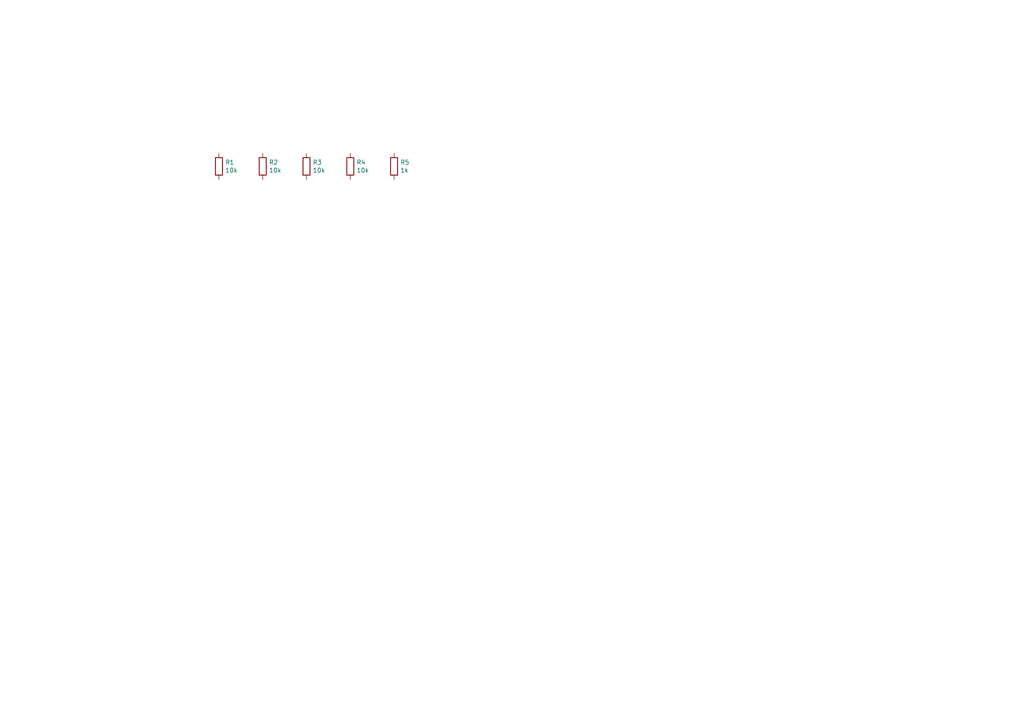
<source format=kicad_sch>
(kicad_sch (version 20231120) (generator "eeschema") (generator_version "8.0")
  (paper "A4")
  (title_block (date "2021-05-11_13-10-48"))
  (lib_symbols
    (symbol "Device:R" (pin_numbers hide) (pin_names (offset 0))
      (property "Reference" "R" (at 2.032 0 90))
      (property "Value" "R" (at 0 0 90))
      (symbol "R_0_1"
        (rectangle (start -1.016 -2.54) (end 1.016 2.54) (stroke (width 0.254)))
      )
      (symbol "R_1_1"
        (pin passive line (at 0 3.81 270) (length 1.27) (name "~") (number "1"))
        (pin passive line (at 0 -3.81 90) (length 1.27) (name "~") (number "2"))
      )
    )
  )
  (symbol (lib_id "Device:R") (at 63.5 48.26 0) (unit 1)
    (property "Reference" "R1" (at 65.278 47.0916 0) (effects (justify left)))
    (property "Value" "10k" (at 65.278 49.403 0) (effects (justify left)))
    (property "manf#" "RC0805JR-0710KL" (effects (hide yes)))
  )
  (symbol (lib_id "Device:R") (at 76.2 48.26 0) (unit 1)
    (property "Reference" "R2" (at 77.978 47.0916 0) (effects (justify left)))
    (property "Value" "10k" (at 77.978 49.403 0) (effects (justify left)))
    (property "manf#" "RC0805JR-0710KL" (effects (hide yes)))
  )
  (symbol (lib_id "Device:R") (at 88.9 48.26 0) (unit 1)
    (property "Reference" "R3" (at 90.678 47.0916 0) (effects (justify left)))
    (property "Value" "10k" (at 90.678 49.403 0) (effects (justify left)))
    (property "manf#" "RC0805JR-0710KL" (effects (hide yes)))
  )
  (symbol (lib_id "Device:R") (at 101.6 48.26 0) (unit 1)
    (property "Reference" "R4" (at 103.378 47.0916 0) (effects (justify left)))
    (property "Value" "10k" (at 103.378 49.403 0) (effects (justify left)))
    (property "manf#" "RC0805JR-0710KL" (effects (hide yes)))
  )
  (symbol (lib_id "Device:R") (at 114.3 48.26 0) (unit 1)
    (property "Reference" "R5" (at 116.078 47.0916 0) (effects (justify left)))
    (property "Value" "1k" (at 116.078 49.403 0) (effects (justify left)))
    (property "manf#" "RC0805JR-071KL" (effects (hide yes)))
  )
)
</source>
